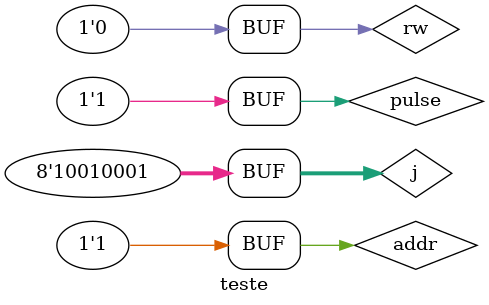
<source format=v>

`include "jkff.v"
module result ( output [7:0] s, input [3:0] a, input [3:0] b, input [3:0] c, input [3:0] d,  input z );
	wire [3:0] a1, b1, c1, d1;
	wire n;
	
	not ( n, z );
	and ( a1[0], a[0], n );
	and ( a1[1], a[1], n );
	and ( a1[2], a[2], n );
	and ( a1[3], a[3], n );
	and ( b1[0], b[0], n );
	and ( b1[1], b[1], n );
	and ( b1[2], b[2], n );
	and ( b1[3], b[3], n );
	
	and ( c1[0], c[0], z );
	and ( c1[1], c[1], z );
	and ( c1[2], c[2], z );
	and ( c1[3], c[3], z );
	and ( d1[0], d[0], z );
	and ( d1[1], d[1], z );
	and ( d1[2], d[2], z );
	and ( d1[3], d[3], z );
	
	or ( s[0], a1[0], c1[0] );
	or ( s[1], a1[1], c1[1] );
	or ( s[2], a1[2], c1[2] );
	or ( s[3], a1[3], c1[3] );
	or ( s[4], b1[0], d1[0] );
	or ( s[5], b1[1], d1[1] );
	or ( s[6], b1[2], d1[2] );
	or ( s[7], b1[3], d1[3] );
endmodule

module teste;
	wire clk;
	wire [3:0] s0, s1, s2, s3;
	wire [7:0] s;
	wire [3:0] n;
	reg  [7:0] j;
	reg addr, rw;
	reg pulse;

	initial begin
		j = 8'b11111111; addr = 0; rw = 0; pulse = 1;
	end

	jkff JKFF03 ( s0[3], n[3], j[3], ~j[3], pulse & ~addr & ~rw );
	jkff JKFF02 ( s0[2], n[2], j[2], ~j[2], pulse & ~addr & ~rw );
	jkff JKFF01 ( s0[1], n[1], j[1], ~j[1], pulse & ~addr & ~rw );
	jkff JKFF00 ( s0[0], n[0], j[0], ~j[0], pulse & ~addr & ~rw );
	
	jkff JKFF13 ( s1[3], n[3], j[7], ~j[7], pulse & ~addr & ~rw );
	jkff JKFF12 ( s1[2], n[2], j[6], ~j[6], pulse & ~addr & ~rw );
	jkff JKFF11 ( s1[1], n[1], j[5], ~j[5], pulse & ~addr & ~rw );
	jkff JKFF10 ( s1[0], n[0], j[4], ~j[4], pulse & ~addr & ~rw );
	
	jkff JKFF23 ( s2[3], n[3], j[3], ~j[3], pulse & addr & ~rw );
	jkff JKFF22 ( s2[2], n[2], j[2], ~j[2], pulse & addr & ~rw );
	jkff JKFF21 ( s2[1], n[1], j[1], ~j[1], pulse & addr & ~rw );
	jkff JKFF20 ( s2[0], n[0], j[0], ~j[0], pulse & addr & ~rw );
	
	jkff JKFF33 ( s3[3], n[3], j[7], ~j[7], pulse & addr & ~rw );
	jkff JKFF32 ( s3[2], n[2], j[6], ~j[6], pulse & addr & ~rw );
	jkff JKFF31 ( s3[1], n[1], j[5], ~j[5], pulse & addr & ~rw );
	jkff JKFF30 ( s3[0], n[0], j[4], ~j[4], pulse & addr & ~rw );	
	
	
	result rs ( s, s0, s1, s2, s3, addr );
	
	initial begin
		$monitor ( "%d %1b: %8b", $time, addr, s );
		#1 pulse = 0; j= 8'b0000_0000;
		#1 pulse = 1;
		#1 pulse = 0; j= 8'b0101_1001;
		#1 pulse = 1;
		#1 pulse = 0; j= 8'b1001_1010;
		#1 pulse = 1;
		#1 pulse = 0; j= 8'b0011_1000; 
		#1 pulse = 1; addr = 1;
		#1 pulse = 0; j= 8'b1111_1111;
		#1 pulse = 1;
		#1 pulse = 0; j= 8'b0010_0100;
		#1 pulse = 1;
		#1 pulse = 0; j= 8'b1010_1010;
		#1 pulse = 1; 
		#1 pulse = 0; j= 8'b1001_0001;
		#1 pulse = 1;
end

endmodule

</source>
